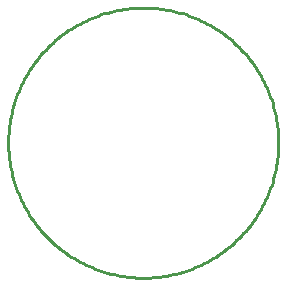
<source format=gko>
G75*
%MOIN*%
%OFA0B0*%
%FSLAX25Y25*%
%IPPOS*%
%LPD*%
%AMOC8*
5,1,8,0,0,1.08239X$1,22.5*
%
%ADD10C,0.01000*%
D10*
X0001600Y0047850D02*
X0001614Y0048954D01*
X0001654Y0050058D01*
X0001722Y0051160D01*
X0001817Y0052261D01*
X0001938Y0053358D01*
X0002087Y0054453D01*
X0002263Y0055543D01*
X0002465Y0056629D01*
X0002693Y0057710D01*
X0002949Y0058784D01*
X0003230Y0059852D01*
X0003538Y0060913D01*
X0003871Y0061966D01*
X0004231Y0063010D01*
X0004615Y0064045D01*
X0005025Y0065071D01*
X0005461Y0066086D01*
X0005920Y0067090D01*
X0006405Y0068083D01*
X0006914Y0069063D01*
X0007446Y0070030D01*
X0008002Y0070985D01*
X0008582Y0071925D01*
X0009184Y0072851D01*
X0009809Y0073761D01*
X0010456Y0074656D01*
X0011124Y0075535D01*
X0011815Y0076398D01*
X0012526Y0077243D01*
X0013257Y0078070D01*
X0014009Y0078879D01*
X0014780Y0079670D01*
X0015571Y0080441D01*
X0016380Y0081193D01*
X0017207Y0081924D01*
X0018052Y0082635D01*
X0018915Y0083326D01*
X0019794Y0083994D01*
X0020689Y0084641D01*
X0021599Y0085266D01*
X0022525Y0085868D01*
X0023465Y0086448D01*
X0024420Y0087004D01*
X0025387Y0087536D01*
X0026367Y0088045D01*
X0027360Y0088530D01*
X0028364Y0088989D01*
X0029379Y0089425D01*
X0030405Y0089835D01*
X0031440Y0090219D01*
X0032484Y0090579D01*
X0033537Y0090912D01*
X0034598Y0091220D01*
X0035666Y0091501D01*
X0036740Y0091757D01*
X0037821Y0091985D01*
X0038907Y0092187D01*
X0039997Y0092363D01*
X0041092Y0092512D01*
X0042189Y0092633D01*
X0043290Y0092728D01*
X0044392Y0092796D01*
X0045496Y0092836D01*
X0046600Y0092850D01*
X0047704Y0092836D01*
X0048808Y0092796D01*
X0049910Y0092728D01*
X0051011Y0092633D01*
X0052108Y0092512D01*
X0053203Y0092363D01*
X0054293Y0092187D01*
X0055379Y0091985D01*
X0056460Y0091757D01*
X0057534Y0091501D01*
X0058602Y0091220D01*
X0059663Y0090912D01*
X0060716Y0090579D01*
X0061760Y0090219D01*
X0062795Y0089835D01*
X0063821Y0089425D01*
X0064836Y0088989D01*
X0065840Y0088530D01*
X0066833Y0088045D01*
X0067813Y0087536D01*
X0068780Y0087004D01*
X0069735Y0086448D01*
X0070675Y0085868D01*
X0071601Y0085266D01*
X0072511Y0084641D01*
X0073406Y0083994D01*
X0074285Y0083326D01*
X0075148Y0082635D01*
X0075993Y0081924D01*
X0076820Y0081193D01*
X0077629Y0080441D01*
X0078420Y0079670D01*
X0079191Y0078879D01*
X0079943Y0078070D01*
X0080674Y0077243D01*
X0081385Y0076398D01*
X0082076Y0075535D01*
X0082744Y0074656D01*
X0083391Y0073761D01*
X0084016Y0072851D01*
X0084618Y0071925D01*
X0085198Y0070985D01*
X0085754Y0070030D01*
X0086286Y0069063D01*
X0086795Y0068083D01*
X0087280Y0067090D01*
X0087739Y0066086D01*
X0088175Y0065071D01*
X0088585Y0064045D01*
X0088969Y0063010D01*
X0089329Y0061966D01*
X0089662Y0060913D01*
X0089970Y0059852D01*
X0090251Y0058784D01*
X0090507Y0057710D01*
X0090735Y0056629D01*
X0090937Y0055543D01*
X0091113Y0054453D01*
X0091262Y0053358D01*
X0091383Y0052261D01*
X0091478Y0051160D01*
X0091546Y0050058D01*
X0091586Y0048954D01*
X0091600Y0047850D01*
X0091586Y0046746D01*
X0091546Y0045642D01*
X0091478Y0044540D01*
X0091383Y0043439D01*
X0091262Y0042342D01*
X0091113Y0041247D01*
X0090937Y0040157D01*
X0090735Y0039071D01*
X0090507Y0037990D01*
X0090251Y0036916D01*
X0089970Y0035848D01*
X0089662Y0034787D01*
X0089329Y0033734D01*
X0088969Y0032690D01*
X0088585Y0031655D01*
X0088175Y0030629D01*
X0087739Y0029614D01*
X0087280Y0028610D01*
X0086795Y0027617D01*
X0086286Y0026637D01*
X0085754Y0025670D01*
X0085198Y0024715D01*
X0084618Y0023775D01*
X0084016Y0022849D01*
X0083391Y0021939D01*
X0082744Y0021044D01*
X0082076Y0020165D01*
X0081385Y0019302D01*
X0080674Y0018457D01*
X0079943Y0017630D01*
X0079191Y0016821D01*
X0078420Y0016030D01*
X0077629Y0015259D01*
X0076820Y0014507D01*
X0075993Y0013776D01*
X0075148Y0013065D01*
X0074285Y0012374D01*
X0073406Y0011706D01*
X0072511Y0011059D01*
X0071601Y0010434D01*
X0070675Y0009832D01*
X0069735Y0009252D01*
X0068780Y0008696D01*
X0067813Y0008164D01*
X0066833Y0007655D01*
X0065840Y0007170D01*
X0064836Y0006711D01*
X0063821Y0006275D01*
X0062795Y0005865D01*
X0061760Y0005481D01*
X0060716Y0005121D01*
X0059663Y0004788D01*
X0058602Y0004480D01*
X0057534Y0004199D01*
X0056460Y0003943D01*
X0055379Y0003715D01*
X0054293Y0003513D01*
X0053203Y0003337D01*
X0052108Y0003188D01*
X0051011Y0003067D01*
X0049910Y0002972D01*
X0048808Y0002904D01*
X0047704Y0002864D01*
X0046600Y0002850D01*
X0045496Y0002864D01*
X0044392Y0002904D01*
X0043290Y0002972D01*
X0042189Y0003067D01*
X0041092Y0003188D01*
X0039997Y0003337D01*
X0038907Y0003513D01*
X0037821Y0003715D01*
X0036740Y0003943D01*
X0035666Y0004199D01*
X0034598Y0004480D01*
X0033537Y0004788D01*
X0032484Y0005121D01*
X0031440Y0005481D01*
X0030405Y0005865D01*
X0029379Y0006275D01*
X0028364Y0006711D01*
X0027360Y0007170D01*
X0026367Y0007655D01*
X0025387Y0008164D01*
X0024420Y0008696D01*
X0023465Y0009252D01*
X0022525Y0009832D01*
X0021599Y0010434D01*
X0020689Y0011059D01*
X0019794Y0011706D01*
X0018915Y0012374D01*
X0018052Y0013065D01*
X0017207Y0013776D01*
X0016380Y0014507D01*
X0015571Y0015259D01*
X0014780Y0016030D01*
X0014009Y0016821D01*
X0013257Y0017630D01*
X0012526Y0018457D01*
X0011815Y0019302D01*
X0011124Y0020165D01*
X0010456Y0021044D01*
X0009809Y0021939D01*
X0009184Y0022849D01*
X0008582Y0023775D01*
X0008002Y0024715D01*
X0007446Y0025670D01*
X0006914Y0026637D01*
X0006405Y0027617D01*
X0005920Y0028610D01*
X0005461Y0029614D01*
X0005025Y0030629D01*
X0004615Y0031655D01*
X0004231Y0032690D01*
X0003871Y0033734D01*
X0003538Y0034787D01*
X0003230Y0035848D01*
X0002949Y0036916D01*
X0002693Y0037990D01*
X0002465Y0039071D01*
X0002263Y0040157D01*
X0002087Y0041247D01*
X0001938Y0042342D01*
X0001817Y0043439D01*
X0001722Y0044540D01*
X0001654Y0045642D01*
X0001614Y0046746D01*
X0001600Y0047850D01*
M02*

</source>
